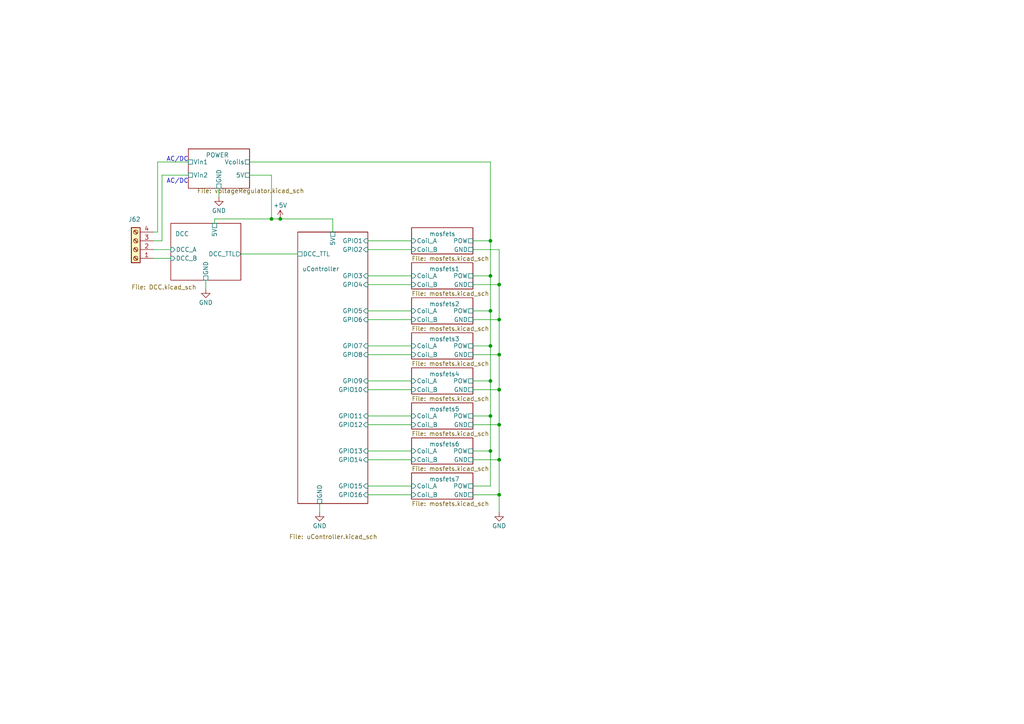
<source format=kicad_sch>
(kicad_sch (version 20230121) (generator eeschema)
  (paper "A4")
  (lib_symbols
    (symbol "Connector:Screw_Terminal_01x04" (pin_names (offset 1.016) hide)
      (property "Reference" "J" (at 0 5.08 0))
      (property "Value" "Screw_Terminal_01x04" (at 0 -7.62 0))
      (symbol "Screw_Terminal_01x04_1_1"
        (rectangle (start -1.27 3.81) (end 1.27 -6.35) (stroke (width 0.254)) (fill (type background)))
        (circle (center 0 -5.08) (radius 0.635) (stroke (width 0.1524)))
        (circle (center 0 -2.54) (radius 0.635) (stroke (width 0.1524)))
        (polyline (pts (xy -0.5334 -4.7498) (xy 0.3302 -5.588)) (stroke (width 0.1524)))
        (polyline (pts (xy -0.5334 -2.2098) (xy 0.3302 -3.048)) (stroke (width 0.1524)))
        (polyline (pts (xy -0.5334 0.3302) (xy 0.3302 -0.508)) (stroke (width 0.1524)))
        (polyline (pts (xy -0.5334 2.8702) (xy 0.3302 2.032)) (stroke (width 0.1524)))
        (polyline (pts (xy -0.3556 -4.572) (xy 0.508 -5.4102)) (stroke (width 0.1524)))
        (polyline (pts (xy -0.3556 -2.032) (xy 0.508 -2.8702)) (stroke (width 0.1524)))
        (polyline (pts (xy -0.3556 0.508) (xy 0.508 -0.3302)) (stroke (width 0.1524)))
        (polyline (pts (xy -0.3556 3.048) (xy 0.508 2.2098)) (stroke (width 0.1524)))
        (circle (center 0 0) (radius 0.635) (stroke (width 0.1524)))
        (circle (center 0 2.54) (radius 0.635) (stroke (width 0.1524)))
        (pin passive line (at -5.08 2.54 0) (length 3.81) (name "Pin_1") (number "1"))
        (pin passive line (at -5.08 0 0) (length 3.81) (name "Pin_2") (number "2"))
        (pin passive line (at -5.08 -2.54 0) (length 3.81) (name "Pin_3") (number "3"))
        (pin passive line (at -5.08 -5.08 0) (length 3.81) (name "Pin_4") (number "4"))
      )
    )
    (symbol "power:+5V" (power) (pin_names (offset 0))
      (property "Value" "+5V" (at 0 3.556 0))
      (symbol "+5V_0_1"
        (polyline (pts (xy -0.762 1.27) (xy 0 2.54)))
        (polyline (pts (xy 0 0) (xy 0 2.54)))
        (polyline (pts (xy 0 2.54) (xy 0.762 1.27)))
      )
      (symbol "+5V_1_1"
        (pin power_in line (at 0 0 90) (length 0) hide (name "+5V") (number "1"))
      )
    )
    (symbol "power:GND" (power) (pin_names (offset 0))
      (property "Value" "GND" (at 0 -3.81 0))
      (symbol "GND_0_1"
        (polyline (pts (xy 0 0) (xy 0 -1.27) (xy 1.27 -1.27) (xy 0 -2.54) (xy -1.27 -1.27) (xy 0 -1.27)))
      )
      (symbol "GND_1_1"
        (pin power_in line (at 0 0 270) (length 0) hide (name "GND") (number "1"))
      )
    )
  )
  (junction (at 142.24 100.33))
  (junction (at 142.24 110.49))
  (junction (at 144.78 102.87))
  (junction (at 142.24 69.85))
  (junction (at 142.24 130.81))
  (junction (at 142.24 80.01))
  (junction (at 144.78 92.71))
  (junction (at 81.28 63.5))
  (junction (at 144.78 143.51))
  (junction (at 144.78 82.55))
  (junction (at 142.24 90.17))
  (junction (at 144.78 133.35))
  (junction (at 144.78 123.19))
  (junction (at 142.24 120.65))
  (junction (at 78.74 63.5))
  (junction (at 144.78 113.03))
  (wire (pts (xy 46.99 69.85) (xy 44.45 69.85)))
  (wire (pts (xy 106.68 113.03) (xy 119.38 113.03)))
  (wire (pts (xy 63.5 54.61) (xy 63.5 57.15)))
  (wire (pts (xy 62.23 63.5) (xy 78.74 63.5)))
  (wire (pts (xy 142.24 110.49) (xy 137.16 110.49)))
  (wire (pts (xy 106.68 72.39) (xy 119.38 72.39)))
  (wire (pts (xy 62.23 64.77) (xy 62.23 63.5)))
  (wire (pts (xy 46.99 50.8) (xy 46.99 69.85)))
  (wire (pts (xy 72.39 50.8) (xy 78.74 50.8)))
  (wire (pts (xy 106.68 102.87) (xy 119.38 102.87)))
  (wire (pts (xy 106.68 110.49) (xy 119.38 110.49)))
  (wire (pts (xy 142.24 80.01) (xy 137.16 80.01)))
  (wire (pts (xy 137.16 82.55) (xy 144.78 82.55)))
  (wire (pts (xy 144.78 82.55) (xy 144.78 92.71)))
  (wire (pts (xy 142.24 120.65) (xy 142.24 110.49)))
  (wire (pts (xy 142.24 100.33) (xy 142.24 90.17)))
  (wire (pts (xy 54.61 46.99) (xy 45.72 46.99)))
  (wire (pts (xy 142.24 120.65) (xy 137.16 120.65)))
  (wire (pts (xy 144.78 72.39) (xy 144.78 82.55)))
  (wire (pts (xy 142.24 90.17) (xy 142.24 80.01)))
  (wire (pts (xy 137.16 143.51) (xy 144.78 143.51)))
  (wire (pts (xy 106.68 140.97) (xy 119.38 140.97)))
  (wire (pts (xy 96.52 63.5) (xy 96.52 67.31)))
  (wire (pts (xy 106.68 130.81) (xy 119.38 130.81)))
  (wire (pts (xy 72.39 46.99) (xy 142.24 46.99)))
  (wire (pts (xy 142.24 110.49) (xy 142.24 100.33)))
  (wire (pts (xy 46.99 50.8) (xy 54.61 50.8)))
  (wire (pts (xy 92.71 146.05) (xy 92.71 148.59)))
  (wire (pts (xy 142.24 46.99) (xy 142.24 69.85)))
  (wire (pts (xy 142.24 100.33) (xy 137.16 100.33)))
  (wire (pts (xy 144.78 113.03) (xy 144.78 123.19)))
  (wire (pts (xy 44.45 67.31) (xy 45.72 67.31)))
  (wire (pts (xy 44.45 72.39) (xy 49.53 72.39)))
  (wire (pts (xy 142.24 90.17) (xy 137.16 90.17)))
  (wire (pts (xy 78.74 63.5) (xy 81.28 63.5)))
  (wire (pts (xy 137.16 140.97) (xy 142.24 140.97)))
  (wire (pts (xy 144.78 143.51) (xy 144.78 148.59)))
  (wire (pts (xy 106.68 143.51) (xy 119.38 143.51)))
  (wire (pts (xy 144.78 92.71) (xy 144.78 102.87)))
  (wire (pts (xy 144.78 133.35) (xy 144.78 143.51)))
  (wire (pts (xy 106.68 90.17) (xy 119.38 90.17)))
  (wire (pts (xy 142.24 130.81) (xy 137.16 130.81)))
  (wire (pts (xy 106.68 69.85) (xy 119.38 69.85)))
  (wire (pts (xy 78.74 50.8) (xy 78.74 63.5)))
  (wire (pts (xy 45.72 46.99) (xy 45.72 67.31)))
  (wire (pts (xy 137.16 133.35) (xy 144.78 133.35)))
  (wire (pts (xy 44.45 74.93) (xy 49.53 74.93)))
  (wire (pts (xy 137.16 123.19) (xy 144.78 123.19)))
  (wire (pts (xy 106.68 80.01) (xy 119.38 80.01)))
  (wire (pts (xy 106.68 120.65) (xy 119.38 120.65)))
  (wire (pts (xy 81.28 63.5) (xy 96.52 63.5)))
  (wire (pts (xy 106.68 123.19) (xy 119.38 123.19)))
  (wire (pts (xy 106.68 100.33) (xy 119.38 100.33)))
  (wire (pts (xy 144.78 123.19) (xy 144.78 133.35)))
  (wire (pts (xy 137.16 72.39) (xy 144.78 72.39)))
  (wire (pts (xy 144.78 102.87) (xy 144.78 113.03)))
  (wire (pts (xy 106.68 133.35) (xy 119.38 133.35)))
  (wire (pts (xy 69.85 73.66) (xy 86.36 73.66)))
  (wire (pts (xy 137.16 113.03) (xy 144.78 113.03)))
  (wire (pts (xy 142.24 80.01) (xy 142.24 69.85)))
  (wire (pts (xy 106.68 82.55) (xy 119.38 82.55)))
  (wire (pts (xy 142.24 69.85) (xy 137.16 69.85)))
  (wire (pts (xy 106.68 92.71) (xy 119.38 92.71)))
  (wire (pts (xy 59.69 81.28) (xy 59.69 83.82)))
  (wire (pts (xy 142.24 130.81) (xy 142.24 120.65)))
  (wire (pts (xy 137.16 102.87) (xy 144.78 102.87)))
  (wire (pts (xy 137.16 92.71) (xy 144.78 92.71)))
  (wire (pts (xy 142.24 140.97) (xy 142.24 130.81)))
  (text "AC/DC" (at 48.26 46.99 0) (effects (font (size 1.27 1.27)) (justify left bottom)))
  (text "AC/DC" (at 48.26 53.34 0) (effects (font (size 1.27 1.27)) (justify left bottom)))
  (symbol (lib_id "power:GND") (at 63.5 57.15 0) (unit 1)
    (property "Reference" "#PWR03" (effects hide))
    (property "Value" "GND" (at 63.5 61.095 0))
  )
  (symbol (lib_id "power:GND") (at 92.71 148.59 0) (unit 1)
    (property "Reference" "#PWR08" (effects hide))
    (property "Value" "GND" (at 92.71 152.535 0))
  )
  (symbol (lib_id "Connector:Screw_Terminal_01x04") (at 39.37 72.39 180) (unit 1)
    (property "Reference" "J62" (at 38.989 63.627 0))
    (property "Value" "Screw_Terminal_01x04" (effects hide))
    (property "Footprint" "TerminalBlock_Phoenix:TerminalBlock_Phoenix_MKDS-1,5-4-5.08_1x04_P5.08mm_Horizontal" (effects hide))
  )
  (symbol (lib_id "power:GND") (at 59.69 83.82 0) (unit 1)
    (property "Reference" "#PWR07" (effects hide))
    (property "Value" "GND" (at 59.69 87.765 0))
  )
  (symbol (lib_id "power:+5V") (at 81.28 63.5 0) (unit 1)
    (property "Reference" "#PWR01" (effects hide))
    (property "Value" "+5V" (at 81.28 59.555 0))
  )
  (symbol (lib_id "power:GND") (at 144.78 148.59 0) (unit 1)
    (property "Reference" "#PWR02" (effects hide))
    (property "Value" "GND" (at 144.78 152.535 0))
  )
  (sheet (at 119.38 76.2) (size 17.78 7.62) (stroke (width 0.1524))
    (property "Sheetname" "mosfets1" (at 124.46 78.74 0) (effects (justify left bottom)))
    (property "Sheetfile" "mosfets.kicad_sch" (at 119.38 84.4046 0) (effects (justify left top)))
    (pin "GND" passive (at 137.16 82.55 0))
    (pin "Coil_B" input (at 119.38 82.55 180))
    (pin "Coil_A" input (at 119.38 80.01 180))
    (pin "POW" passive (at 137.16 80.01 0))
  )
  (sheet (at 119.38 66.04) (size 17.78 7.62) (stroke (width 0.1524))
    (property "Sheetname" "mosfets" (at 124.46 68.58 0) (effects (justify left bottom)))
    (property "Sheetfile" "mosfets.kicad_sch" (at 119.38 74.2446 0) (effects (justify left top)))
    (pin "GND" passive (at 137.16 72.39 0))
    (pin "Coil_B" input (at 119.38 72.39 180))
    (pin "Coil_A" input (at 119.38 69.85 180))
    (pin "POW" passive (at 137.16 69.85 0))
  )
  (sheet (at 119.38 86.36) (size 17.78 7.62) (stroke (width 0.1524))
    (property "Sheetname" "mosfets2" (at 124.46 88.9 0) (effects (justify left bottom)))
    (property "Sheetfile" "mosfets.kicad_sch" (at 119.38 94.5646 0) (effects (justify left top)))
    (pin "GND" passive (at 137.16 92.71 0))
    (pin "Coil_B" input (at 119.38 92.71 180))
    (pin "Coil_A" input (at 119.38 90.17 180))
    (pin "POW" passive (at 137.16 90.17 0))
  )
  (sheet (at 49.53 64.77) (size 20.32 16.51) (stroke (width 0.1524))
    (property "Sheetname" "DCC" (at 50.8 68.58 0) (effects (justify left bottom)))
    (property "Sheetfile" "DCC.kicad_sch" (at 38.1 82.55 0) (effects (justify left top)))
    (pin "DCC_TTL" output (at 69.85 73.66 0))
    (pin "GND" passive (at 59.69 81.28 270))
    (pin "DCC_A" input (at 49.53 72.39 180))
    (pin "DCC_B" input (at 49.53 74.93 180))
    (pin "5V" passive (at 62.23 64.77 90))
  )
  (sheet (at 119.38 127) (size 17.78 7.62) (stroke (width 0.1524))
    (property "Sheetname" "mosfets6" (at 124.46 129.54 0) (effects (justify left bottom)))
    (property "Sheetfile" "mosfets.kicad_sch" (at 119.38 135.2046 0) (effects (justify left top)))
    (pin "GND" passive (at 137.16 133.35 0))
    (pin "Coil_B" input (at 119.38 133.35 180))
    (pin "Coil_A" input (at 119.38 130.81 180))
    (pin "POW" passive (at 137.16 130.81 0))
  )
  (sheet (at 54.61 43.18) (size 17.78 11.43) (stroke (width 0.1524))
    (property "Sheetname" "POWER" (at 59.69 45.72 0) (effects (justify left bottom)))
    (property "Sheetfile" "voltageRegulator.kicad_sch" (at 57.15 54.61 0) (effects (justify left top)))
    (pin "GND" passive (at 63.5 54.61 270))
    (pin "Vin1" passive (at 54.61 46.99 180))
    (pin "5V" passive (at 72.39 50.8 0))
    (pin "Vcoils" passive (at 72.39 46.99 0))
    (pin "Vin2" passive (at 54.61 50.8 180))
  )
  (sheet (at 86.36 67.31) (size 20.32 78.74) (stroke (width 0.1524))
    (property "Sheetname" "uController" (at 87.63 78.74 0) (effects (justify left bottom)))
    (property "Sheetfile" "uController.kicad_sch" (at 83.82 154.94 0) (effects (justify left top)))
    (pin "GPIO6" input (at 106.68 92.71 0))
    (pin "GPIO5" input (at 106.68 90.17 0))
    (pin "GPIO4" input (at 106.68 82.55 0))
    (pin "GPIO15" input (at 106.68 140.97 0))
    (pin "GPIO16" input (at 106.68 143.51 0))
    (pin "GPIO13" input (at 106.68 130.81 0))
    (pin "GPIO14" input (at 106.68 133.35 0))
    (pin "GPIO12" input (at 106.68 123.19 0))
    (pin "GPIO11" input (at 106.68 120.65 0))
    (pin "GPIO10" input (at 106.68 113.03 0))
    (pin "GPIO7" input (at 106.68 100.33 0))
    (pin "GPIO9" input (at 106.68 110.49 0))
    (pin "GPIO8" input (at 106.68 102.87 0))
    (pin "GPIO3" input (at 106.68 80.01 0))
    (pin "GPIO1" input (at 106.68 69.85 0))
    (pin "GPIO2" input (at 106.68 72.39 0))
    (pin "DCC_TTL" passive (at 86.36 73.66 180))
    (pin "GND" passive (at 92.71 146.05 270))
    (pin "5V" passive (at 96.52 67.31 90))
  )
  (sheet (at 119.38 96.52) (size 17.78 7.62) (stroke (width 0.1524))
    (property "Sheetname" "mosfets3" (at 124.46 99.06 0) (effects (justify left bottom)))
    (property "Sheetfile" "mosfets.kicad_sch" (at 119.38 104.7246 0) (effects (justify left top)))
    (pin "GND" passive (at 137.16 102.87 0))
    (pin "Coil_B" input (at 119.38 102.87 180))
    (pin "Coil_A" input (at 119.38 100.33 180))
    (pin "POW" passive (at 137.16 100.33 0))
  )
  (sheet (at 119.38 116.84) (size 17.78 7.62) (stroke (width 0.1524))
    (property "Sheetname" "mosfets5" (at 124.46 119.38 0) (effects (justify left bottom)))
    (property "Sheetfile" "mosfets.kicad_sch" (at 119.38 125.0446 0) (effects (justify left top)))
    (pin "GND" passive (at 137.16 123.19 0))
    (pin "Coil_B" input (at 119.38 123.19 180))
    (pin "Coil_A" input (at 119.38 120.65 180))
    (pin "POW" passive (at 137.16 120.65 0))
  )
  (sheet (at 119.38 106.68) (size 17.78 7.62) (stroke (width 0.1524))
    (property "Sheetname" "mosfets4" (at 124.46 109.22 0) (effects (justify left bottom)))
    (property "Sheetfile" "mosfets.kicad_sch" (at 119.38 114.8846 0) (effects (justify left top)))
    (pin "GND" passive (at 137.16 113.03 0))
    (pin "Coil_B" input (at 119.38 113.03 180))
    (pin "Coil_A" input (at 119.38 110.49 180))
    (pin "POW" passive (at 137.16 110.49 0))
  )
  (sheet (at 119.38 137.16) (size 17.78 7.62) (stroke (width 0.1524))
    (property "Sheetname" "mosfets7" (at 124.46 139.7 0) (effects (justify left bottom)))
    (property "Sheetfile" "mosfets.kicad_sch" (at 119.38 145.3646 0) (effects (justify left top)))
    (pin "GND" passive (at 137.16 143.51 0))
    (pin "Coil_B" input (at 119.38 143.51 180))
    (pin "Coil_A" input (at 119.38 140.97 180))
    (pin "POW" passive (at 137.16 140.97 0))
  )
)
</source>
